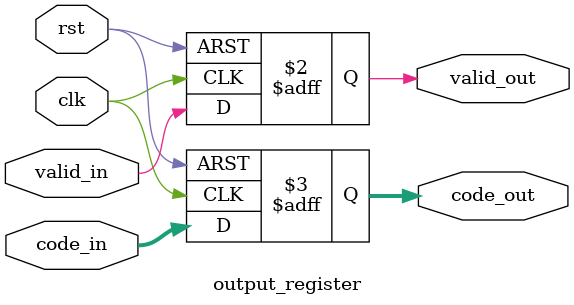
<source format=sv>
module int_ctrl_threshold #(
    parameter WIDTH = 6,
    parameter THRESHOLD = 3
)(
    input clk, rst,
    input [WIDTH-1:0] req,
    output valid,
    output [2:0] code
);
    // Internal signals
    wire [WIDTH-1:0] masked_req;
    wire threshold_detector_valid;
    wire [2:0] priority_encoder_code;
    
    // Threshold detector module instance
    req_threshold_detector #(
        .WIDTH(WIDTH),
        .THRESHOLD(THRESHOLD)
    ) threshold_det_inst (
        .req(req),
        .masked_req(masked_req),
        .valid(threshold_detector_valid)
    );
    
    // Priority encoder module instance
    priority_encoder #(
        .WIDTH(WIDTH)
    ) pri_enc_inst (
        .clk(clk),
        .rst(rst),
        .masked_req(masked_req),
        .valid(threshold_detector_valid),
        .code(priority_encoder_code)
    );
    
    // Output register module instance
    output_register out_reg_inst (
        .clk(clk),
        .rst(rst),
        .valid_in(threshold_detector_valid),
        .code_in(priority_encoder_code),
        .valid_out(valid),
        .code_out(code)
    );
    
endmodule

// Module for threshold detection functionality
module req_threshold_detector #(
    parameter WIDTH = 6,
    parameter THRESHOLD = 3
)(
    input [WIDTH-1:0] req,
    output [WIDTH-1:0] masked_req,
    output valid
);
    // Optimized threshold detection logic
    wire [WIDTH-1:0] threshold_mask = {WIDTH{1'b1}} << THRESHOLD;
    assign masked_req = req & threshold_mask;
    assign valid = |masked_req;
    
endmodule

// Module for priority encoding
module priority_encoder #(
    parameter WIDTH = 6
)(
    input clk,
    input rst,
    input [WIDTH-1:0] masked_req,
    input valid,
    output reg [2:0] code
);
    // Optimized priority encoder with one-hot detection
    reg [2:0] next_code;
    
    always @(*) begin
        next_code = 3'b0;
        casez (masked_req)
            // From highest to lowest priority (MSB to LSB)
            {1'b1, {(WIDTH-1){1'b?}}}: next_code = WIDTH - 1;
            {{1'b0, 1'b1, {(WIDTH-2){1'b?}}}}: next_code = WIDTH - 2;
            {{2'b00, 1'b1, {(WIDTH-3){1'b?}}}}: next_code = WIDTH - 3;
            {{3'b000, 1'b1, {(WIDTH-4){1'b?}}}}: next_code = WIDTH - 4;
            {{4'b0000, 1'b1, {(WIDTH-5){1'b?}}}}: next_code = WIDTH - 5;
            {{5'b00000, 1'b1}}: next_code = WIDTH - 6;
            default: next_code = 3'b0;
        endcase
    end
    
    always @(posedge clk) begin
        if (rst) begin
            code <= 3'b0;
        end else if (valid) begin
            code <= next_code;
        end
    end
    
endmodule

// Module for output register stage
module output_register (
    input clk,
    input rst,
    input valid_in,
    input [2:0] code_in,
    output reg valid_out,
    output reg [2:0] code_out
);
    // Optimized output register with enable logic
    always @(posedge clk or posedge rst) begin
        if (rst) begin
            valid_out <= 1'b0;
            code_out <= 3'b0;
        end else begin
            valid_out <= valid_in;
            code_out <= code_in;
        end
    end
    
endmodule
</source>
